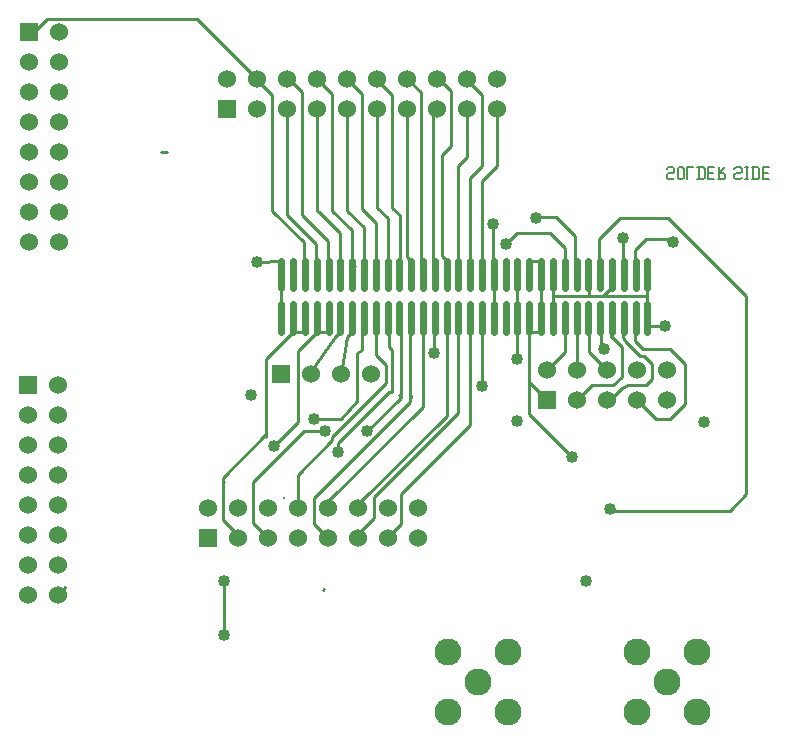
<source format=gbr>
G04 start of page 2 for group 0 idx 0
G04 Title: RX Daughterboard, solder *
G04 Creator: pcb 20070208 *
G04 CreationDate: Mon Dec 24 21:51:39 2007 UTC *
G04 For: matt *
G04 Format: Gerber/RS-274X *
G04 PCB-Dimensions: 275000 250000 *
G04 PCB-Coordinate-Origin: lower left *
%MOIN*%
%FSLAX24Y24*%
%LNBACK*%
%ADD11C,0.0100*%
%ADD12C,0.0060*%
%ADD13C,0.0900*%
%ADD14R,0.0600X0.0600*%
%ADD15C,0.0600*%
%ADD16C,0.0400*%
%ADD17C,0.0240*%
%ADD18C,0.0580*%
%ADD19C,0.1280*%
%ADD20C,0.0200*%
G54D11*X18950Y16300D02*X18450Y16800D01*
X18550Y14700D02*X20217D01*
X19749Y14957D02*X19750Y14700D01*
X20129Y15818D02*X20100Y15800D01*
X18948Y15768D02*X18950Y15750D01*
X19341Y15818D02*X19300Y15800D01*
X17767Y15881D02*X18160D01*
X17767Y13518D02*X18149D01*
X18160Y15881D02*Y13518D01*
X18554Y14971D02*Y14118D01*
X18949Y13518D02*X18950Y12850D01*
X18350Y12250D01*
X19349Y13518D02*X19350Y12250D01*
X17767Y13518D02*X17767Y10782D01*
X18948Y13518D02*X18950Y13500D01*
X17767Y10782D02*X19200Y9350D01*
X18350Y11250D02*X17750Y11850D01*
Y11950D01*
X17349Y13494D02*X17350Y12600D01*
X15404Y13518D02*Y10804D01*
X15798Y13518D02*Y10398D01*
X16192Y13518D02*X16200Y13511D01*
Y11700D01*
X19750Y12850D02*X20350Y12250D01*
X20150Y13050D02*X20250Y12950D01*
X19749Y13468D02*X19750Y12850D01*
X20149Y13518D02*X20150Y13050D01*
X20129Y13518D02*X20150Y13500D01*
X19735Y13468D02*X19750Y13450D01*
X19341Y13518D02*X19350Y13500D01*
X18450Y16800D02*X17350D01*
X17000Y16450D01*
X16585Y15881D02*X16550Y15898D01*
X16192Y15818D02*X16200Y15800D01*
X15798Y15868D02*X15800Y15850D01*
X17373Y15881D02*Y13518D01*
X17350Y13476D01*
X16199Y13518D02*X16150Y13550D01*
X16585Y13518D02*Y15868D01*
X16168Y13568D02*X16150Y13550D01*
X16192Y13518D02*X16200Y13500D01*
X16192Y13545D02*X16169Y13550D01*
X15404Y13518D02*X15350Y13444D01*
X15404Y15668D02*X15400Y15650D01*
X25000Y14700D02*Y8100D01*
X24450Y7550D01*
X21550Y12950D02*X22450D01*
X22950Y12450D01*
X21450Y12700D02*X21600D01*
X21850Y12450D01*
X22950D02*Y11100D01*
X22450Y10600D01*
X22000D01*
X21350Y11250D01*
X21850Y12450D02*Y11950D01*
X21650Y11750D01*
X21704Y15881D02*Y13568D01*
X22300Y13700D02*X21704Y13718D01*
X19735Y14971D02*X19750Y14938D01*
X18949Y15768D02*X18950Y16300D01*
X19300Y16700D02*X19299Y15818D01*
X18650Y17350D02*X18050D01*
Y17250D01*
X20800Y17300D02*X22400D01*
X19300Y16700D02*X18650Y17350D01*
X20217Y14700D02*X20522Y15025D01*
X19750Y14700D02*X21700D01*
X18000Y17300D02*Y17250D01*
X18050D01*
X20899Y15718D02*X20900Y16650D01*
X20099Y15818D02*X20100Y16600D01*
X20800Y17300D01*
X20916Y15718D02*X20900Y15700D01*
X24450Y7550D02*X20500D01*
X20450Y7600D01*
X21299Y13518D02*X21300Y13250D01*
X20899Y13518D02*X20900Y13300D01*
X20950Y13250D01*
Y13200D01*
X21310Y13518D02*X21300Y13500D01*
X20916Y13518D02*X20900Y13500D01*
X21300Y13200D02*X21550Y12950D01*
X20950Y13200D02*X21450Y12700D01*
X20850Y12000D02*X20550Y11750D01*
X21650D02*X21050D01*
X20850Y11650D01*
X20450Y11250D01*
X20499Y13518D02*X20500Y13350D01*
X20499Y13368D02*X20850Y13000D01*
Y12000D01*
X20499Y13368D02*X20500Y13500D01*
X20499Y13518D02*X20523Y13500D01*
X20550Y11750D02*X19850D01*
X19350Y11250D01*
X20350D02*X20450D01*
X21299Y15868D02*X21300Y16250D01*
X21650Y16600D01*
X22450D01*
X22550Y16500D01*
X22400Y17300D02*X25000Y14700D01*
X21310Y15868D02*X21300Y15850D01*
X8700Y21950D02*Y21900D01*
X9200Y21400D01*
X8700Y21950D02*X6700Y23950D01*
X9700Y21950D02*X9750D01*
X10200Y21500D01*
X10700Y21950D02*X11200Y21450D01*
X1200Y23450D02*X1100D01*
X1700Y23950D02*X1200Y23450D01*
X6700Y23950D02*X1700D01*
X9200Y21400D02*Y17550D01*
X9700Y20950D02*Y17400D01*
X10700Y20950D02*Y17550D01*
X11200Y21450D02*Y17550D01*
X10200Y21500D02*Y17400D01*
X5500Y19500D02*X5700D01*
X10200Y17400D02*X11050Y16550D01*
X9200Y17550D02*X10250Y16500D01*
X10249Y15718D01*
X9700Y17400D02*X10650Y16450D01*
X10649Y15768D01*
X9487Y15868D02*X8700Y15850D01*
X10286Y15718D02*X10250Y15700D01*
X10700Y17550D02*X10750Y17500D01*
X11450Y16800D01*
X11200Y17550D02*X11850Y16900D01*
X10649Y15768D02*X10700Y15700D01*
X11050Y16550D02*X11049Y15768D01*
X11100Y15700D01*
X11700Y17550D02*X12250Y17000D01*
X11450Y16800D02*X11449Y15818D01*
X11850Y16900D02*X11849Y15818D01*
X11950Y15700D01*
X12200Y17600D02*X12650Y17150D01*
X12700Y17650D02*X13050Y17300D01*
X12250Y17000D02*X12249Y15768D01*
X12650Y17150D02*X12649Y15768D01*
X12700Y15700D01*
X13050Y17300D02*X13049Y15418D01*
X12648Y15718D02*X12700Y15700D01*
X13200Y17650D02*X13450Y17400D01*
X13449Y15768D01*
X12200Y21450D02*Y17600D01*
X12700Y20900D02*Y17650D01*
X13200Y21400D02*Y17650D01*
X12700Y20950D02*Y20900D01*
X11700Y20950D02*Y17550D01*
Y21000D02*Y20950D01*
X14700Y20900D02*X14550Y20750D01*
Y20950D01*
X14700D01*
Y20900D01*
X11700Y20950D02*Y21000D01*
Y21950D02*X12200Y21450D01*
X12700Y21950D02*Y21900D01*
X13200Y21400D01*
X13700Y21950D02*X14150Y21500D01*
X14700Y21950D02*X14750D01*
X15150Y21550D01*
X15700Y21950D02*Y21900D01*
X16200Y21400D01*
X13700Y20950D02*X13699Y16018D01*
X14150Y21500D02*X14149Y15868D01*
X14550Y20750D02*X14549Y15818D01*
X14850Y19400D02*Y16050D01*
X15150Y21550D02*Y19700D01*
X14850Y19400D01*
X15700Y20950D02*Y19350D01*
X15400Y19050D01*
X15399Y15668D01*
X15800Y18650D02*X15799Y15868D01*
X16199Y15818D02*X16200Y18550D01*
Y21400D02*Y19050D01*
X15800Y18650D01*
X16200Y18550D02*X16700Y19050D01*
Y20900D01*
Y20950D02*Y20900D01*
X16549Y15917D02*X16550Y17050D01*
X11074Y15718D02*X11100Y15700D01*
X10680Y15718D02*X10700Y15700D01*
X9499Y15881D02*Y13518D01*
X11074D02*X10680D01*
X11467D02*X11300Y13351D01*
X9000Y12625D02*Y10000D01*
X10600Y10600D02*X11500D01*
X10250Y10200D02*X10850D01*
X9893Y13518D02*X9849Y13475D01*
X10680Y13518D02*X10050Y12888D01*
X9893Y13518D02*X9800Y13425D01*
X10500Y12200D02*X10700Y12000D01*
X12020Y11220D02*X11500Y10600D01*
X10050Y12888D02*Y10500D01*
X11467Y15818D02*X11450Y15800D01*
X9499Y15881D02*X9487Y15850D01*
X11300Y13351D02*X10500Y12200D01*
X13042Y13518D02*X13100Y13461D01*
Y13000D01*
X12648Y13518D02*Y12748D01*
X11700Y13357D02*X11500Y12100D01*
X11861Y13518D02*X11700Y13357D01*
X9893Y13518D02*X9000Y12625D01*
X10286Y13518D02*X9893D01*
X7550Y7250D02*Y8650D01*
X9000Y10100D02*X7550Y8650D01*
Y8500D02*X7600D01*
X9050Y6650D02*X8550Y7150D01*
Y8500D01*
X2050Y4750D02*X2300Y5000D01*
X7550Y7250D02*X8050Y6750D01*
X7300Y6650D02*X7100D01*
X8050Y6750D02*Y6600D01*
Y6650D02*Y6600D01*
X7600Y5200D02*Y3400D01*
X10900Y4920D02*X10930Y4950D01*
X10719Y8100D03*
X10600Y7980D02*Y7100D01*
X12000Y6550D02*Y6600D01*
X10600Y7100D02*X11050Y6650D01*
X12600Y8000D02*Y7300D01*
X12000Y6700D01*
X13500Y8100D02*Y7100D01*
X13100Y6700D01*
X9250Y9700D02*X10050Y10500D01*
X9050Y7650D02*X9269D01*
X9600Y7980D03*
X8550Y8500D02*X10250Y10200D01*
X10050Y8750D02*Y7650D01*
X13000Y11800D02*X11200Y10000D01*
X13200Y11500D02*X13100D01*
X11400Y9800D01*
X11200Y9900D02*X10050Y8750D01*
X10600Y7980D02*X13799Y11180D01*
X11200Y10000D02*Y9900D01*
X11400Y9800D02*Y9500D01*
X14223Y11023D02*X11000Y7800D01*
X13699Y16018D02*X13800Y15900D01*
X14223Y15868D02*X14150Y15850D01*
X13830Y15918D02*X13800Y15900D01*
X13042Y15418D02*X13050Y15400D01*
X13449Y15768D02*X13500Y15700D01*
X13499Y15718D02*X13450Y15700D01*
X12255Y15768D02*X12250Y15750D01*
X13436Y15718D02*X13450Y15700D01*
X11861Y15718D02*X11950Y15700D01*
X14549Y15818D02*X14600Y15800D01*
X14850Y16050D02*X14999Y15918D01*
X15011D02*X15000Y15900D01*
X14617Y15818D02*X14600Y15800D01*
X13436Y11418D02*X13450Y11387D01*
X13436Y11405D02*X13450Y11387D01*
X12350Y10200D02*X13499Y11318D01*
X13500Y11500D01*
X13800Y13488D02*Y11300D01*
X13830Y11400D02*X13799Y11180D01*
X13830Y13518D02*X13800Y13488D01*
X13042Y13518D02*X13000Y13476D01*
X13436Y13518D02*X13500Y13455D01*
X13100Y13000D02*X13200Y12900D01*
X12255Y13518D02*X12200Y13463D01*
Y12900D01*
X12020Y12820D01*
Y11220D01*
X13200Y12900D02*Y11500D01*
X13500Y13455D02*Y11400D01*
X12648Y12748D02*X13000Y12397D01*
Y11800D01*
X14223Y13518D02*Y11023D01*
X14617Y13518D02*X14600Y13501D01*
Y12800D01*
X15011Y13518D02*Y10711D01*
X12100Y7800D01*
X15404Y10804D02*X12600Y8000D01*
X15798Y10398D02*X13500Y8100D01*
G54D12*X22550Y18600D02*X22600Y18650D01*
X22400Y18600D02*X22550D01*
X22350Y18650D02*X22400Y18600D01*
X22350Y18650D02*Y18750D01*
X22400Y18800D01*
X22550D01*
X22600Y18850D01*
Y18950D01*
X22550Y19000D02*X22600Y18950D01*
X22400Y19000D02*X22550D01*
X22350Y18950D02*X22400Y19000D01*
X22720Y18650D02*Y18950D01*
Y18650D02*X22770Y18600D01*
X22870D01*
X22920Y18650D01*
Y18950D01*
X22870Y19000D02*X22920Y18950D01*
X22770Y19000D02*X22870D01*
X22720Y18950D02*X22770Y19000D01*
X23040Y18600D02*Y19000D01*
X23240D01*
X23410Y18600D02*Y19000D01*
X23560Y18600D02*X23610Y18650D01*
Y18950D01*
X23560Y19000D02*X23610Y18950D01*
X23360Y19000D02*X23560D01*
X23360Y18600D02*X23560D01*
X23730Y18800D02*X23880D01*
X23730Y19000D02*X23930D01*
X23730Y18600D02*Y19000D01*
Y18600D02*X23930D01*
X24050D02*X24250D01*
X24300Y18650D01*
Y18750D01*
X24250Y18800D02*X24300Y18750D01*
X24100Y18800D02*X24250D01*
X24100Y18600D02*Y19000D01*
Y18800D02*X24300Y19000D01*
X24800Y18600D02*X24850Y18650D01*
X24650Y18600D02*X24800D01*
X24600Y18650D02*X24650Y18600D01*
X24600Y18650D02*Y18750D01*
X24650Y18800D01*
X24800D01*
X24850Y18850D01*
Y18950D01*
X24800Y19000D02*X24850Y18950D01*
X24650Y19000D02*X24800D01*
X24600Y18950D02*X24650Y19000D01*
X24970Y18600D02*X25070D01*
X25020D02*Y19000D01*
X24970D02*X25070D01*
X25240Y18600D02*Y19000D01*
X25390Y18600D02*X25440Y18650D01*
Y18950D01*
X25390Y19000D02*X25440Y18950D01*
X25190Y19000D02*X25390D01*
X25190Y18600D02*X25390D01*
X25560Y18800D02*X25710D01*
X25560Y19000D02*X25760D01*
X25560Y18600D02*Y19000D01*
Y18600D02*X25760D01*
G54D13*X22350Y1850D03*
X21350Y2850D03*
X23350D03*
X21350Y850D03*
X23350D03*
G54D14*X18350Y11250D03*
G54D13*X16050Y1850D03*
X15050Y2850D03*
X17050D03*
X15050Y850D03*
X17050D03*
G54D15*X18350Y12250D03*
X19350Y11250D03*
Y12250D03*
X20350D03*
X21350D03*
X22350D03*
X20350Y11250D03*
X21350D03*
X22350D03*
G54D14*X9500Y12100D03*
G54D15*X10500D03*
X11500D03*
X12500D03*
G54D14*X7050Y6650D03*
G54D15*Y7650D03*
X8050Y6650D03*
Y7650D03*
X9050Y6650D03*
Y7650D03*
X10050Y6650D03*
Y7650D03*
X11050Y6650D03*
Y7650D03*
X12050Y6650D03*
X13050D03*
X14050D03*
X12050Y7650D03*
X13050D03*
X14050D03*
X10700Y20950D03*
Y21950D03*
X11700D03*
X12700D03*
X11700Y20950D03*
X12700D03*
X13700D03*
X14700D03*
X15700D03*
X16700D03*
X13700Y21950D03*
X14700D03*
X15700D03*
X16700D03*
G54D14*X7700Y20950D03*
G54D15*Y21950D03*
X8700Y20950D03*
Y21950D03*
X9700Y20950D03*
Y21950D03*
G54D14*X1100Y23500D03*
G54D15*X2100D03*
X1100Y22500D03*
Y21500D03*
Y20500D03*
X2100Y22500D03*
Y21500D03*
Y20500D03*
Y19500D03*
Y18500D03*
Y17500D03*
X1100Y19500D03*
Y18500D03*
Y17500D03*
Y16500D03*
X2100D03*
X2050Y11750D03*
Y10750D03*
G54D14*X1050Y11750D03*
G54D15*Y10750D03*
Y9750D03*
X2050D03*
X1050Y8750D03*
Y7750D03*
Y6750D03*
Y5750D03*
Y4750D03*
X2050Y8750D03*
Y7750D03*
Y6750D03*
Y5750D03*
Y4750D03*
G54D16*X20450Y7600D03*
X19650Y5200D03*
X17000Y16450D03*
X18000Y17300D03*
X16550Y17100D03*
X22550Y16500D03*
X20900Y16650D03*
X20250Y12950D03*
X22300Y13700D03*
X8700Y15850D03*
X23600Y10500D03*
X19200Y9350D03*
X12350Y10200D03*
X10950D03*
X11400Y9500D03*
X10600Y10600D03*
X9250Y9700D03*
X8500Y11400D03*
X7600Y5200D03*
Y3400D03*
X17350Y12600D03*
Y10550D03*
X14600Y12800D03*
X16200Y11700D03*
G54D17*X9499Y14428D02*Y13518D01*
X10286Y14428D02*Y13518D01*
X9893Y14428D02*Y13518D01*
X10680Y14428D02*Y13518D01*
X11074Y14428D02*Y13518D01*
X9499Y15881D02*Y14971D01*
X10286Y15881D02*Y14971D01*
X10680Y15881D02*Y14971D01*
X11074Y15881D02*Y14971D01*
X9893Y15881D02*Y14971D01*
X11467Y14428D02*Y13518D01*
X11861Y14428D02*Y13518D01*
X11467Y15881D02*Y14971D01*
X11861Y15881D02*Y14971D01*
X12255Y15881D02*Y14971D01*
X21704Y15881D02*Y14971D01*
X21310Y15881D02*Y14971D01*
X15404Y15881D02*Y14971D01*
X15798Y15881D02*Y14971D01*
X16192Y15881D02*Y14971D01*
X16585Y15881D02*Y14971D01*
X16979Y15881D02*Y14971D01*
X17373Y15881D02*Y14971D01*
X17767Y15881D02*Y14971D01*
X18160Y15881D02*Y14971D01*
X18554Y15881D02*Y14971D01*
X18948Y15881D02*Y14971D01*
X19341Y15881D02*Y14971D01*
X19735Y15881D02*Y14971D01*
X20129Y15881D02*Y14971D01*
X20522Y15881D02*Y14971D01*
X20916Y15881D02*Y14971D01*
X12255Y14428D02*Y13518D01*
X12648Y14428D02*Y13518D01*
X13042Y14428D02*Y13518D01*
X12648Y15881D02*Y14971D01*
X13042Y15881D02*Y14971D01*
X13436Y15881D02*Y14971D01*
X13830Y15881D02*Y14971D01*
X13436Y14428D02*Y13518D01*
X13830Y14428D02*Y13518D01*
X14223Y14428D02*Y13518D01*
X14617Y14428D02*Y13518D01*
X14223Y15881D02*Y14971D01*
X14617Y15881D02*Y14971D01*
X15011Y15881D02*Y14971D01*
Y14428D02*Y13518D01*
X15404Y14428D02*Y13518D01*
X15798Y14428D02*Y13518D01*
X16192Y14428D02*Y13518D01*
X16585Y14428D02*Y13518D01*
X16979Y14428D02*Y13518D01*
X17373Y14428D02*Y13518D01*
X17767Y14428D02*Y13518D01*
X18160Y14428D02*Y13518D01*
X18554Y14428D02*Y13518D01*
X18948Y14428D02*Y13518D01*
X19341Y14428D02*Y13518D01*
X19735Y14428D02*Y13518D01*
X20129Y14428D02*Y13518D01*
X20522Y14428D02*Y13518D01*
X20916Y14428D02*Y13518D01*
X21310Y14428D02*Y13518D01*
X21704Y14428D02*Y13518D01*
G54D18*G54D15*G54D16*G54D15*G54D16*G54D18*G54D16*G54D19*G54D20*G54D19*G54D20*G54D19*G54D20*M02*

</source>
